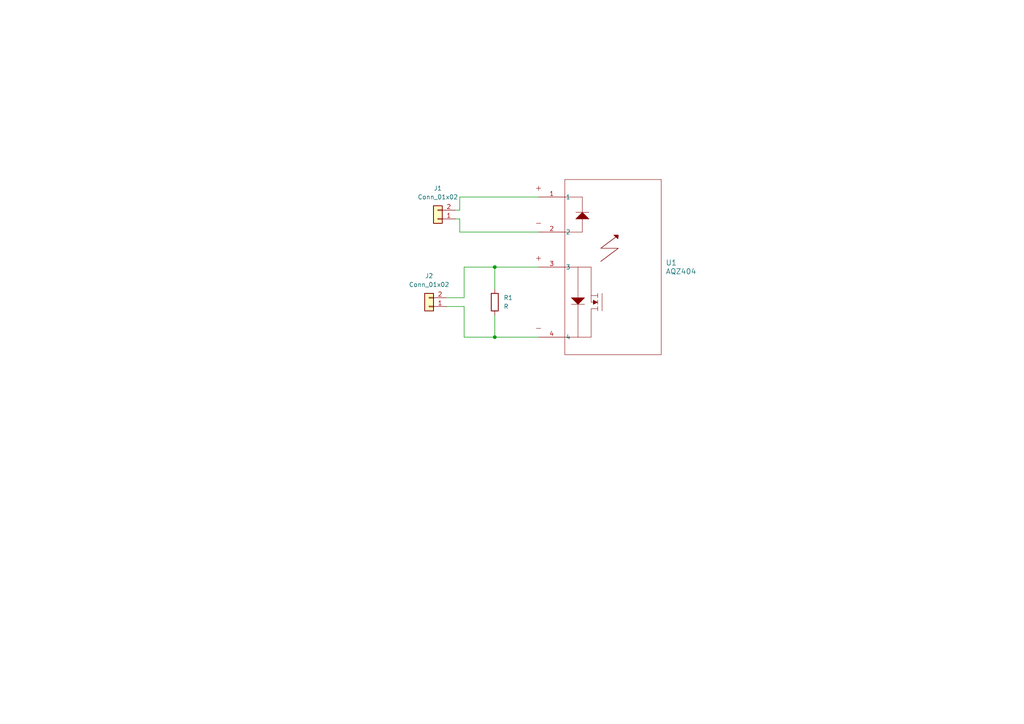
<source format=kicad_sch>
(kicad_sch (version 20230121) (generator eeschema)
  (paper "A4")
  (lib_symbols
    (symbol "AQZ404:AQZ404" (pin_names (offset 0.254))
      (property "Reference" "U" (at 22.86 10.16 0))
      (property "Value" "AQZ404" (at 22.86 17.78 0))
      (symbol "AQZ404_0_1"
        (polyline (pts (xy -0.635 -38.1) (xy 0.635 -38.1)) (stroke (width 0.127)))
        (polyline (pts (xy -0.635 -17.78) (xy 0.635 -17.78)) (stroke (width 0.127)))
        (polyline (pts (xy -0.635 -7.62) (xy 0.635 -7.62)) (stroke (width 0.127)))
        (polyline (pts (xy -0.635 2.54) (xy 0.635 2.54)) (stroke (width 0.127)))
        (polyline (pts (xy 0 -18.415) (xy 0 -17.145)) (stroke (width 0.127)))
        (polyline (pts (xy 0 1.905) (xy 0 3.175)) (stroke (width 0.127)))
        (polyline (pts (xy 7.62 -45.72) (xy 35.56 -45.72)) (stroke (width 0.127)))
        (polyline (pts (xy 7.62 5.08) (xy 7.62 -45.72)) (stroke (width 0.127)))
        (polyline (pts (xy 10.795 -4.445) (xy 14.605 -4.445)) (stroke (width 0.127)))
        (polyline (pts (xy 11.43 -20.32) (xy 11.43 -40.64)) (stroke (width 0.127)))
        (polyline (pts (xy 12.7 -10.16) (xy 7.62 -10.16)) (stroke (width 0.127)))
        (polyline (pts (xy 12.7 0) (xy 7.62 0)) (stroke (width 0.127)))
        (polyline (pts (xy 12.7 0) (xy 12.7 -10.16)) (stroke (width 0.127)))
        (polyline (pts (xy 13.335 -31.115) (xy 9.525 -31.115)) (stroke (width 0.127)))
        (polyline (pts (xy 15.24 -40.64) (xy 7.62 -40.64)) (stroke (width 0.127)))
        (polyline (pts (xy 15.24 -40.64) (xy 15.24 -32.385)) (stroke (width 0.127)))
        (polyline (pts (xy 15.24 -30.48) (xy 15.24 -20.32)) (stroke (width 0.127)))
        (polyline (pts (xy 15.24 -20.32) (xy 7.62 -20.32)) (stroke (width 0.127)))
        (polyline (pts (xy 17.145 -32.385) (xy 15.24 -32.385)) (stroke (width 0.127)))
        (polyline (pts (xy 17.145 -31.75) (xy 17.145 -33.02)) (stroke (width 0.127)))
        (polyline (pts (xy 17.145 -31.115) (xy 17.145 -29.845)) (stroke (width 0.127)))
        (polyline (pts (xy 17.145 -30.48) (xy 15.24 -30.48)) (stroke (width 0.127)))
        (polyline (pts (xy 17.145 -29.21) (xy 17.145 -27.94)) (stroke (width 0.127)))
        (polyline (pts (xy 17.145 -28.575) (xy 15.24 -28.575)) (stroke (width 0.127)))
        (polyline (pts (xy 18.034 -18.669) (xy 23.114 -14.859)) (stroke (width 0.127)))
        (polyline (pts (xy 18.034 -18.669) (xy 23.114 -14.859)) (stroke (width 0.127)))
        (polyline (pts (xy 18.034 -14.859) (xy 22.606 -11.43)) (stroke (width 0.127)))
        (polyline (pts (xy 18.034 -14.859) (xy 22.606 -11.43)) (stroke (width 0.127)))
        (polyline (pts (xy 18.415 -33.02) (xy 18.415 -27.94)) (stroke (width 0.127)))
        (polyline (pts (xy 22.479 -14.859) (xy 18.034 -14.859)) (stroke (width 0.127)))
        (polyline (pts (xy 22.479 -14.859) (xy 18.034 -14.859)) (stroke (width 0.127)))
        (polyline (pts (xy 22.479 -14.859) (xy 23.114 -14.859)) (stroke (width 0.127)))
        (polyline (pts (xy 22.479 -14.859) (xy 23.114 -14.859)) (stroke (width 0.127)))
        (polyline (pts (xy 35.56 -45.72) (xy 35.56 5.08)) (stroke (width 0.127)))
        (polyline (pts (xy 35.56 5.08) (xy 7.62 5.08)) (stroke (width 0.127)))
        (polyline (pts (xy 17.145 -30.48) (xy 15.875 -31.115) (xy 15.875 -29.845)) (fill (type outline)))
        (polyline (pts (xy 9.525 -29.21) (xy 13.335 -29.21) (xy 11.43 -31.115) (xy 9.525 -29.21)) (fill (type outline)))
        (polyline (pts (xy 14.605 -6.35) (xy 10.795 -6.35) (xy 12.7 -4.445) (xy 14.605 -6.35)) (fill (type outline)))
        (polyline (pts (xy 23.114 -11.049) (xy 21.844 -11.049) (xy 22.987 -12.065) (xy 23.114 -11.049)) (fill (type outline)))
        (polyline (pts (xy 23.114 -11.049) (xy 21.844 -11.049) (xy 22.987 -12.065) (xy 23.114 -11.049)) (fill (type outline)))
        (pin unspecified line (at 0 0 0) (length 7.62) (name "1") (number "1"))
        (pin unspecified line (at 0 -10.16 0) (length 7.62) (name "2") (number "2"))
        (pin unspecified line (at 0 -20.32 0) (length 7.62) (name "3") (number "3"))
        (pin unspecified line (at 0 -40.64 0) (length 7.62) (name "4") (number "4"))
      )
    )
    (symbol "Connector_Generic:Conn_01x02" (pin_names (offset 1.016) hide)
      (property "Reference" "J" (at 0 2.54 0))
      (property "Value" "Conn_01x02" (at 0 -5.08 0))
      (symbol "Conn_01x02_1_1"
        (rectangle (start -1.27 -2.413) (end 0 -2.667) (stroke (width 0.1524)))
        (rectangle (start -1.27 0.127) (end 0 -0.127) (stroke (width 0.1524)))
        (rectangle (start -1.27 1.27) (end 1.27 -3.81) (stroke (width 0.254)) (fill (type background)))
        (pin passive line (at -5.08 0 0) (length 3.81) (name "Pin_1") (number "1"))
        (pin passive line (at -5.08 -2.54 0) (length 3.81) (name "Pin_2") (number "2"))
      )
    )
    (symbol "Device:R" (pin_numbers hide) (pin_names (offset 0))
      (property "Reference" "R" (at 2.032 0 90))
      (property "Value" "R" (at 0 0 90))
      (symbol "R_0_1"
        (rectangle (start -1.016 -2.54) (end 1.016 2.54) (stroke (width 0.254)))
      )
      (symbol "R_1_1"
        (pin passive line (at 0 3.81 270) (length 1.27) (name "~") (number "1"))
        (pin passive line (at 0 -3.81 90) (length 1.27) (name "~") (number "2"))
      )
    )
  )
  (junction (at 143.51 97.79))
  (junction (at 143.51 77.47))
  (wire (pts (xy 134.62 77.47) (xy 134.62 86.36)))
  (wire (pts (xy 134.62 88.9) (xy 134.62 97.79)))
  (wire (pts (xy 133.35 63.5) (xy 132.08 63.5)))
  (wire (pts (xy 133.35 67.31) (xy 156.21 67.31)))
  (wire (pts (xy 133.35 57.15) (xy 156.21 57.15)))
  (wire (pts (xy 156.21 97.79) (xy 143.51 97.79)))
  (wire (pts (xy 143.51 77.47) (xy 143.51 83.82)))
  (wire (pts (xy 143.51 97.79) (xy 134.62 97.79)))
  (wire (pts (xy 134.62 86.36) (xy 129.54 86.36)))
  (wire (pts (xy 129.54 88.9) (xy 134.62 88.9)))
  (wire (pts (xy 132.08 60.96) (xy 133.35 60.96)))
  (wire (pts (xy 143.51 77.47) (xy 156.21 77.47)))
  (wire (pts (xy 143.51 91.44) (xy 143.51 97.79)))
  (wire (pts (xy 133.35 60.96) (xy 133.35 57.15)))
  (wire (pts (xy 133.35 67.31) (xy 133.35 63.5)))
  (wire (pts (xy 134.62 77.47) (xy 143.51 77.47)))
  (symbol (lib_id "Connector_Generic:Conn_01x02") (at 127 63.5 180) (unit 1)
    (property "Reference" "J1" (at 127 54.61 0))
    (property "Value" "Conn_01x02" (at 127 57.15 0))
    (property "Footprint" "Connector_JST:JST_XA_B02B-XASK-1_1x02_P2.50mm_Vertical" (effects hide))
  )
  (symbol (lib_id "AQZ404:AQZ404") (at 156.21 57.15 0) (unit 1)
    (property "Reference" "U1" (at 193.04 76.2 0) (effects (font (size 1.524 1.524)) (justify left)))
    (property "Value" "AQZ404" (at 193.04 78.74 0) (effects (font (size 1.524 1.524)) (justify left)))
    (property "Footprint" "UTFF_footprints:PAN_AQZ404-SIP4_PAN" (effects hide))
    (property "Datasheet" "AQZ404" (effects hide))
  )
  (symbol (lib_id "Device:R") (at 143.51 87.63 0) (unit 1)
    (property "Reference" "R1" (at 146.05 86.36 0) (effects (justify left)))
    (property "Value" "R" (at 146.05 88.9 0) (effects (justify left)))
  )
  (symbol (lib_id "Connector_Generic:Conn_01x02") (at 124.46 88.9 180) (unit 1)
    (property "Reference" "J2" (at 124.46 80.01 0))
    (property "Value" "Conn_01x02" (at 124.46 82.55 0))
    (property "Footprint" "Connector_Molex:Molex_Mini-Fit_Jr_5569-02A1_2x01_P4.20mm_Horizontal" (effects hide))
  )
)
</source>
